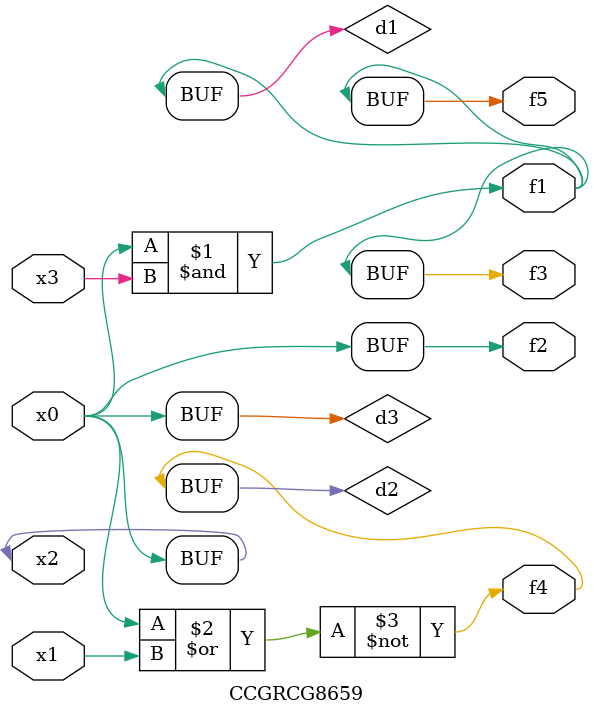
<source format=v>
module CCGRCG8659(
	input x0, x1, x2, x3,
	output f1, f2, f3, f4, f5
);

	wire d1, d2, d3;

	and (d1, x2, x3);
	nor (d2, x0, x1);
	buf (d3, x0, x2);
	assign f1 = d1;
	assign f2 = d3;
	assign f3 = d1;
	assign f4 = d2;
	assign f5 = d1;
endmodule

</source>
